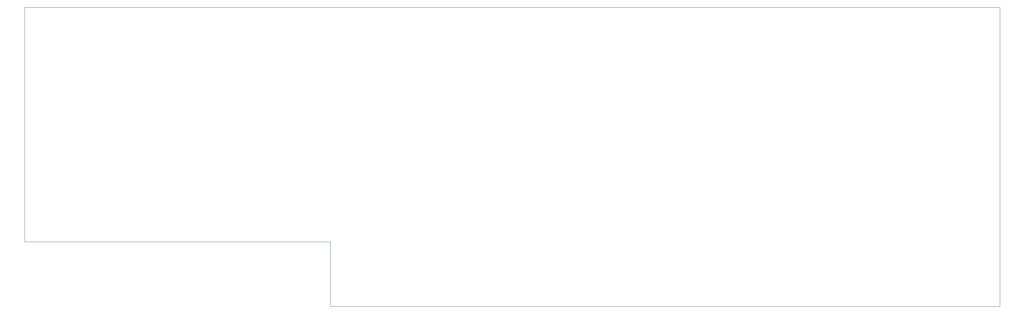
<source format=gbr>
%TF.GenerationSoftware,KiCad,Pcbnew,8.0.9*%
%TF.CreationDate,2025-03-09T10:14:33-06:00*%
%TF.ProjectId,lt-option-clone,6c742d6f-7074-4696-9f6e-2d636c6f6e65,rev?*%
%TF.SameCoordinates,Original*%
%TF.FileFunction,Profile,NP*%
%FSLAX46Y46*%
G04 Gerber Fmt 4.6, Leading zero omitted, Abs format (unit mm)*
G04 Created by KiCad (PCBNEW 8.0.9) date 2025-03-09 10:14:33*
%MOMM*%
%LPD*%
G01*
G04 APERTURE LIST*
%TA.AperFunction,Profile*%
%ADD10C,0.050000*%
%TD*%
G04 APERTURE END LIST*
D10*
X259595200Y-119273000D02*
X104900000Y-119273000D01*
X104900000Y-104300000D01*
X34155600Y-104300000D01*
X34155600Y-49954000D01*
X259595200Y-49954000D01*
X259595200Y-119273000D01*
M02*

</source>
